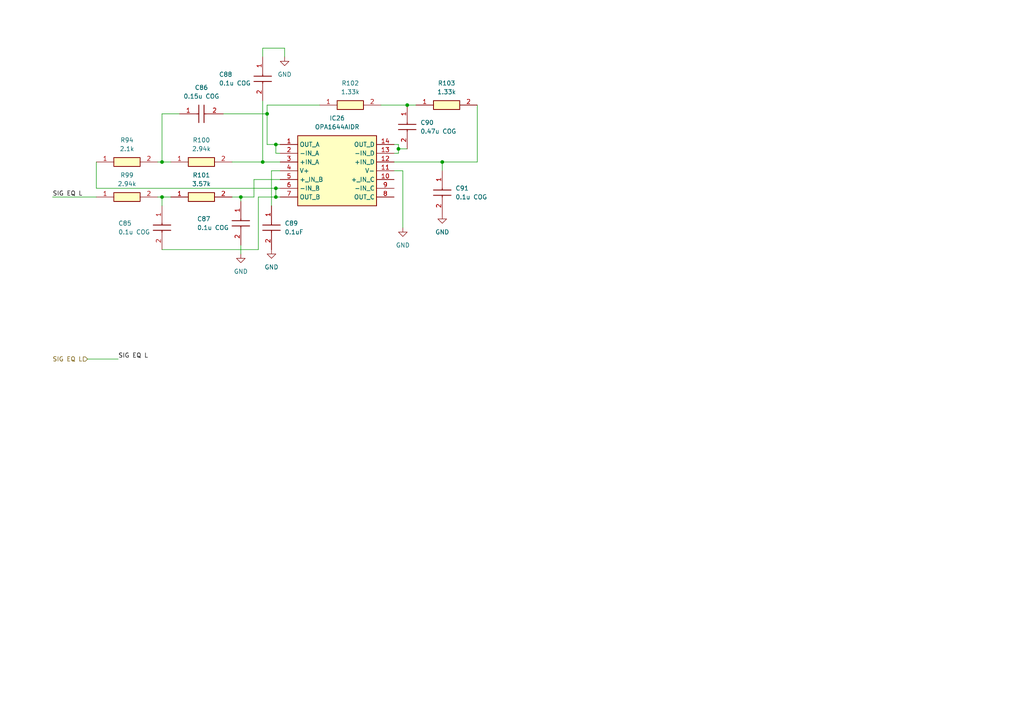
<source format=kicad_sch>
(kicad_sch (version 20230121) (generator eeschema)
  (paper "A4")
  (lib_symbols
    (symbol "Audio System:C4532C0G1H154J250KA" (pin_names hide)
      (property "Reference" "C" (at 8.89 6.35 0))
      (property "Value" "C4532C0G1H154J250KA" (at 8.89 3.81 0))
      (symbol "C4532C0G1H154J250KA_1_1"
        (polyline (pts (xy 5.08 0) (xy 5.588 0)) (stroke (width 0.254)))
        (polyline (pts (xy 5.588 2.54) (xy 5.588 -2.54)) (stroke (width 0.254)))
        (polyline (pts (xy 7.112 0) (xy 7.62 0)) (stroke (width 0.254)))
        (polyline (pts (xy 7.112 2.54) (xy 7.112 -2.54)) (stroke (width 0.254)))
        (pin passive line (at 0 0 0) (length 5.08) (name "1") (number "1"))
        (pin passive line (at 12.7 0 180) (length 5.08) (name "2") (number "2"))
      )
    )
    (symbol "Audio System:CL21B104KACNNNC" (pin_names hide)
      (property "Reference" "C" (at 8.89 6.35 0))
      (property "Value" "CL21B104KACNNNC" (at 8.89 3.81 0))
      (symbol "CL21B104KACNNNC_1_1"
        (polyline (pts (xy 5.08 0) (xy 5.588 0)) (stroke (width 0.254)))
        (polyline (pts (xy 5.588 2.54) (xy 5.588 -2.54)) (stroke (width 0.254)))
        (polyline (pts (xy 7.112 0) (xy 7.62 0)) (stroke (width 0.254)))
        (polyline (pts (xy 7.112 2.54) (xy 7.112 -2.54)) (stroke (width 0.254)))
        (pin passive line (at 0 0 0) (length 5.08) (name "1") (number "1"))
        (pin passive line (at 12.7 0 180) (length 5.08) (name "2") (number "2"))
      )
    )
    (symbol "Audio System:GRM31C5C1E474JE01L" (pin_names hide)
      (property "Reference" "C" (at 8.89 6.35 0))
      (property "Value" "GRM31C5C1E474JE01L" (at 8.89 3.81 0))
      (symbol "GRM31C5C1E474JE01L_1_1"
        (polyline (pts (xy 5.08 0) (xy 5.588 0)) (stroke (width 0.254)))
        (polyline (pts (xy 5.588 2.54) (xy 5.588 -2.54)) (stroke (width 0.254)))
        (polyline (pts (xy 7.112 0) (xy 7.62 0)) (stroke (width 0.254)))
        (polyline (pts (xy 7.112 2.54) (xy 7.112 -2.54)) (stroke (width 0.254)))
        (pin passive line (at 0 0 0) (length 5.08) (name "1") (number "1"))
        (pin passive line (at 12.7 0 180) (length 5.08) (name "2") (number "2"))
      )
    )
    (symbol "Audio System:GRM31C5C1H104JA01L" (pin_names hide)
      (property "Reference" "C" (at 8.89 6.35 0))
      (property "Value" "GRM31C5C1H104JA01L" (at 8.89 3.81 0))
      (symbol "GRM31C5C1H104JA01L_1_1"
        (polyline (pts (xy 5.08 0) (xy 5.588 0)) (stroke (width 0.254)))
        (polyline (pts (xy 5.588 2.54) (xy 5.588 -2.54)) (stroke (width 0.254)))
        (polyline (pts (xy 7.112 0) (xy 7.62 0)) (stroke (width 0.254)))
        (polyline (pts (xy 7.112 2.54) (xy 7.112 -2.54)) (stroke (width 0.254)))
        (pin passive line (at 0 0 0) (length 5.08) (name "1") (number "1"))
        (pin passive line (at 12.7 0 180) (length 5.08) (name "2") (number "2"))
      )
    )
    (symbol "Audio System:OPA1644AIDR"
      (property "Reference" "IC" (at 29.21 7.62 0))
      (property "Value" "OPA1644AIDR" (at 29.21 5.08 0))
      (symbol "OPA1644AIDR_1_1"
        (rectangle (start 5.08 2.54) (end 27.94 -17.78) (stroke (width 0.254)) (fill (type background)))
        (pin passive line (at 0 0 0) (length 5.08) (name "OUT_A") (number "1"))
        (pin passive line (at 33.02 -10.16 180) (length 5.08) (name "+_IN_C") (number "10"))
        (pin passive line (at 33.02 -7.62 180) (length 5.08) (name "V-") (number "11"))
        (pin passive line (at 33.02 -5.08 180) (length 5.08) (name "+IN_D") (number "12"))
        (pin passive line (at 33.02 -2.54 180) (length 5.08) (name "-IN_D") (number "13"))
        (pin passive line (at 33.02 0 180) (length 5.08) (name "OUT_D") (number "14"))
        (pin passive line (at 0 -2.54 0) (length 5.08) (name "-IN_A") (number "2"))
        (pin passive line (at 0 -5.08 0) (length 5.08) (name "+IN_A") (number "3"))
        (pin passive line (at 0 -7.62 0) (length 5.08) (name "V+") (number "4"))
        (pin passive line (at 0 -10.16 0) (length 5.08) (name "+_IN_B") (number "5"))
        (pin passive line (at 0 -12.7 0) (length 5.08) (name "-IN_B") (number "6"))
        (pin passive line (at 0 -15.24 0) (length 5.08) (name "OUT_B") (number "7"))
        (pin passive line (at 33.02 -15.24 180) (length 5.08) (name "OUT_C") (number "8"))
        (pin passive line (at 33.02 -12.7 180) (length 5.08) (name "-IN_C") (number "9"))
      )
    )
    (symbol "Audio System:RC0805FR-071K33L" (pin_names hide)
      (property "Reference" "R" (at 13.97 6.35 0))
      (property "Value" "RC0805FR-071K33L" (at 13.97 3.81 0))
      (symbol "RC0805FR-071K33L_1_1"
        (rectangle (start 5.08 1.27) (end 12.7 -1.27) (stroke (width 0.254)) (fill (type background)))
        (pin passive line (at 0 0 0) (length 5.08) (name "1") (number "1"))
        (pin passive line (at 17.78 0 180) (length 5.08) (name "2") (number "2"))
      )
    )
    (symbol "Audio System:RC0805FR-072K1L" (pin_names hide)
      (property "Reference" "R" (at 13.97 6.35 0))
      (property "Value" "RC0805FR-072K1L" (at 13.97 3.81 0))
      (symbol "RC0805FR-072K1L_1_1"
        (rectangle (start 5.08 1.27) (end 12.7 -1.27) (stroke (width 0.254)) (fill (type background)))
        (pin passive line (at 0 0 0) (length 5.08) (name "1") (number "1"))
        (pin passive line (at 17.78 0 180) (length 5.08) (name "2") (number "2"))
      )
    )
    (symbol "Audio System:RC0805FR-072K94L" (pin_names hide)
      (property "Reference" "R" (at 13.97 6.35 0))
      (property "Value" "RC0805FR-072K94L" (at 13.97 3.81 0))
      (symbol "RC0805FR-072K94L_1_1"
        (rectangle (start 5.08 1.27) (end 12.7 -1.27) (stroke (width 0.254)) (fill (type background)))
        (pin passive line (at 0 0 0) (length 5.08) (name "1") (number "1"))
        (pin passive line (at 17.78 0 180) (length 5.08) (name "2") (number "2"))
      )
    )
    (symbol "Audio System:RC0805FR-073K57L" (pin_names hide)
      (property "Reference" "R" (at 13.97 6.35 0))
      (property "Value" "RC0805FR-073K57L" (at 13.97 3.81 0))
      (symbol "RC0805FR-073K57L_1_1"
        (rectangle (start 5.08 1.27) (end 12.7 -1.27) (stroke (width 0.254)) (fill (type background)))
        (pin passive line (at 0 0 0) (length 5.08) (name "1") (number "1"))
        (pin passive line (at 17.78 0 180) (length 5.08) (name "2") (number "2"))
      )
    )
    (symbol "power:GND" (power) (pin_names (offset 0))
      (property "Value" "GND" (at 0 -3.81 0))
      (symbol "GND_0_1"
        (polyline (pts (xy 0 0) (xy 0 -1.27) (xy 1.27 -1.27) (xy 0 -2.54) (xy -1.27 -1.27) (xy 0 -1.27)))
      )
      (symbol "GND_1_1"
        (pin power_in line (at 0 0 270) (length 0) hide (name "GND") (number "1"))
      )
    )
  )
  (junction (at 76.2 46.99))
  (junction (at 80.01 54.61))
  (junction (at 80.01 57.15))
  (junction (at 115.57 43.18))
  (junction (at 46.99 46.99))
  (junction (at 69.85 57.15))
  (junction (at 118.11 30.48))
  (junction (at 128.27 46.99))
  (junction (at 46.99 57.15))
  (junction (at 77.47 33.02))
  (junction (at 80.01 41.91))
  (wire (pts (xy 76.2 16.51) (xy 76.2 13.97)))
  (wire (pts (xy 110.49 30.48) (xy 118.11 30.48)))
  (wire (pts (xy 128.27 46.99) (xy 128.27 49.53)))
  (wire (pts (xy 114.3 49.53) (xy 116.84 49.53)))
  (wire (pts (xy 128.27 46.99) (xy 114.3 46.99)))
  (wire (pts (xy 27.94 57.15) (xy 15.24 57.15)))
  (wire (pts (xy 46.99 57.15) (xy 49.53 57.15)))
  (wire (pts (xy 27.94 54.61) (xy 27.94 46.99)))
  (wire (pts (xy 46.99 33.02) (xy 46.99 46.99)))
  (wire (pts (xy 138.43 46.99) (xy 128.27 46.99)))
  (wire (pts (xy 73.66 52.07) (xy 73.66 57.15)))
  (wire (pts (xy 138.43 30.48) (xy 138.43 46.99)))
  (wire (pts (xy 114.3 41.91) (xy 115.57 41.91)))
  (wire (pts (xy 81.28 41.91) (xy 80.01 41.91)))
  (wire (pts (xy 80.01 54.61) (xy 27.94 54.61)))
  (wire (pts (xy 115.57 44.45) (xy 115.57 43.18)))
  (wire (pts (xy 116.84 49.53) (xy 116.84 66.04)))
  (wire (pts (xy 69.85 57.15) (xy 69.85 58.42)))
  (wire (pts (xy 25.4 104.14) (xy 34.29 104.14)))
  (wire (pts (xy 80.01 57.15) (xy 74.93 57.15)))
  (wire (pts (xy 80.01 41.91) (xy 77.47 41.91)))
  (wire (pts (xy 46.99 59.69) (xy 46.99 57.15)))
  (wire (pts (xy 46.99 72.39) (xy 74.93 72.39)))
  (wire (pts (xy 82.55 13.97) (xy 82.55 16.51)))
  (wire (pts (xy 67.31 57.15) (xy 69.85 57.15)))
  (wire (pts (xy 81.28 49.53) (xy 78.74 49.53)))
  (wire (pts (xy 92.71 30.48) (xy 77.47 30.48)))
  (wire (pts (xy 69.85 57.15) (xy 73.66 57.15)))
  (wire (pts (xy 78.74 49.53) (xy 78.74 59.69)))
  (wire (pts (xy 46.99 33.02) (xy 52.07 33.02)))
  (wire (pts (xy 76.2 46.99) (xy 81.28 46.99)))
  (wire (pts (xy 114.3 44.45) (xy 115.57 44.45)))
  (wire (pts (xy 74.93 57.15) (xy 74.93 72.39)))
  (wire (pts (xy 76.2 13.97) (xy 82.55 13.97)))
  (wire (pts (xy 77.47 33.02) (xy 64.77 33.02)))
  (wire (pts (xy 80.01 44.45) (xy 80.01 41.91)))
  (wire (pts (xy 77.47 41.91) (xy 77.47 33.02)))
  (wire (pts (xy 67.31 46.99) (xy 76.2 46.99)))
  (wire (pts (xy 76.2 29.21) (xy 76.2 46.99)))
  (wire (pts (xy 80.01 54.61) (xy 81.28 54.61)))
  (wire (pts (xy 81.28 57.15) (xy 80.01 57.15)))
  (wire (pts (xy 118.11 30.48) (xy 120.65 30.48)))
  (wire (pts (xy 115.57 43.18) (xy 115.57 41.91)))
  (wire (pts (xy 118.11 43.18) (xy 115.57 43.18)))
  (wire (pts (xy 81.28 44.45) (xy 80.01 44.45)))
  (wire (pts (xy 80.01 54.61) (xy 80.01 57.15)))
  (wire (pts (xy 46.99 57.15) (xy 45.72 57.15)))
  (wire (pts (xy 46.99 46.99) (xy 49.53 46.99)))
  (wire (pts (xy 77.47 30.48) (xy 77.47 33.02)))
  (wire (pts (xy 69.85 71.12) (xy 69.85 73.66)))
  (wire (pts (xy 81.28 52.07) (xy 73.66 52.07)))
  (wire (pts (xy 45.72 46.99) (xy 46.99 46.99)))
  (label "SIG EQ L" (at 15.24 57.15 0))
  (label "SIG EQ L" (at 34.29 104.14 0))
  (hierarchical_label "SIG EQ L" (shape input) (at 25.4 104.14 180))
  (symbol (lib_id "Audio System:GRM31C5C1H104JA01L") (at 46.99 59.69 270) (unit 1)
    (property "Reference" "C85" (at 34.29 64.77 90) (effects (justify left)))
    (property "Value" "0.1u COG" (at 34.29 67.31 90) (effects (justify left)))
    (property "Footprint" "CAPC3216X180N" (effects hide))
    (property "Datasheet" "http://www.murata.com/~/media/webrenewal/support/library/catalog/products/capacitor/mlcc/c02e.pdf" (effects hide))
    (property "Height" "1.8" (effects hide))
    (property "Manufacturer_Name" "Murata Electronics" (effects hide))
    (property "Manufacturer_Part_Number" "GRM31C5C1H104JA01L" (effects hide))
    (property "Mouser Part Number" "81-GRM31C5C1H104JA1L" (effects hide))
    (property "Mouser Price/Stock" "https://www.mouser.co.uk/ProductDetail/Murata-Electronics/GRM31C5C1H104JA01L?qs=IFOlSOmtRw2EgRC47bIONw%3D%3D" (effects hide))
    (property "Arrow Part Number" "GRM31C5C1H104JA01L" (effects hide))
    (property "Arrow Price/Stock" "https://www.arrow.com/en/products/grm31c5c1h104ja01l/murata-manufacturing?region=nac" (effects hide))
  )
  (symbol (lib_id "Audio System:RC0805FR-072K94L") (at 27.94 57.15 0) (unit 1)
    (property "Reference" "R99" (at 36.83 50.8 0))
    (property "Value" "2.94k" (at 36.83 53.34 0))
    (property "Footprint" "RESC2012X60N" (effects hide))
    (property "Datasheet" "http://www.yageo.com/documents/recent/PYu-RC_Group_51_RoHS_L_10.pdf" (effects hide))
    (property "Height" "0.6" (effects hide))
    (property "Manufacturer_Name" "KEMET" (effects hide))
    (property "Manufacturer_Part_Number" "RC0805FR-072K94L" (effects hide))
    (property "Mouser Part Number" "603-RC0805FR-072K94L" (effects hide))
    (property "Mouser Price/Stock" "http://www.mouser.com/Search/ProductDetail.aspx?qs=CQ%2fIPMfstfhcnSLQ8uwgKA%3d%3d" (effects hide))
  )
  (symbol (lib_id "Audio System:OPA1644AIDR") (at 81.28 41.91 0) (unit 1)
    (property "Reference" "IC26" (at 97.79 34.29 0))
    (property "Value" "OPA1644AIDR" (at 97.79 36.83 0))
    (property "Footprint" "SOIC127P600X175-14N" (effects hide))
    (property "Datasheet" "http://componentsearchengine.com/Datasheets/1/OPA1644AIDR.pdf" (effects hide))
    (property "Height" "1.75" (effects hide))
    (property "Manufacturer_Name" "Texas Instruments" (effects hide))
    (property "Manufacturer_Part_Number" "OPA1644AIDR" (effects hide))
    (property "Mouser Part Number" "595-OPA1644AIDR" (effects hide))
    (property "Mouser Price/Stock" "https://www.mouser.co.uk/ProductDetail/Texas-Instruments/OPA1644AIDR?qs=%2Fqzd9s%252BcLd6xS3OL97VFEA%3D%3D" (effects hide))
    (property "Arrow Part Number" "OPA1644AIDR" (effects hide))
    (property "Arrow Price/Stock" "https://www.arrow.com/en/products/opa1644aidr/texas-instruments?region=nac" (effects hide))
  )
  (symbol (lib_id "Audio System:RC0805FR-071K33L") (at 120.65 30.48 0) (unit 1)
    (property "Reference" "R103" (at 129.54 24.13 0))
    (property "Value" "1.33k" (at 129.54 26.67 0))
    (property "Footprint" "RESC2012X60N" (effects hide))
    (property "Datasheet" "http://www.yageo.com/documents/recent/PYu-RC_Group_51_RoHS_L_10.pdf" (effects hide))
    (property "Height" "0.6" (effects hide))
    (property "Manufacturer_Name" "KEMET" (effects hide))
    (property "Manufacturer_Part_Number" "RC0805FR-071K33L" (effects hide))
    (property "Mouser Part Number" "603-RC0805FR-071K33L" (effects hide))
    (property "Mouser Price/Stock" "https://www.mouser.co.uk/ProductDetail/Yageo/RC0805FR-071K33L?qs=8Y8p%252BasKcI6u1Yo68oQ%2FzQ%3D%3D" (effects hide))
    (property "Arrow Part Number" "RC0805FR-071K33L" (effects hide))
    (property "Arrow Price/Stock" "https://www.arrow.com/en/products/rc0805fr-071k33l/yageo" (effects hide))
  )
  (symbol (lib_id "Audio System:RC0805FR-073K57L") (at 49.53 57.15 0) (unit 1)
    (property "Reference" "R101" (at 58.42 50.8 0))
    (property "Value" "3.57k" (at 58.42 53.34 0))
    (property "Footprint" "RESC2012X60N" (effects hide))
    (property "Datasheet" "http://www.yageo.com/documents/recent/PYu-RC_Group_51_RoHS_L_10.pdf" (effects hide))
    (property "Height" "0.6" (effects hide))
    (property "Manufacturer_Name" "KEMET" (effects hide))
    (property "Manufacturer_Part_Number" "RC0805FR-073K57L" (effects hide))
    (property "Mouser Part Number" "603-RC0805FR-073K57L" (effects hide))
    (property "Mouser Price/Stock" "https://www.mouser.co.uk/ProductDetail/Yageo/RC0805FR-073K57L?qs=g6xwsc4j%252B%2FqbTM1Xj2WDuA%3D%3D" (effects hide))
    (property "Arrow Part Number" "RC0805FR-073K57L" (effects hide))
    (property "Arrow Price/Stock" "https://www.arrow.com/en/products/rc0805fr-073k57l/yageo" (effects hide))
  )
  (symbol (lib_id "power:GND") (at 116.84 66.04 0) (unit 1)
    (property "Reference" "#PWR0119" (effects hide))
    (property "Value" "GND" (at 116.84 71.12 0))
  )
  (symbol (lib_id "power:GND") (at 128.27 62.23 0) (unit 1)
    (property "Reference" "#PWR0120" (effects hide))
    (property "Value" "GND" (at 128.27 67.31 0))
  )
  (symbol (lib_id "power:GND") (at 78.74 72.39 0) (unit 1)
    (property "Reference" "#PWR0117" (effects hide))
    (property "Value" "GND" (at 78.74 77.47 0))
  )
  (symbol (lib_id "Audio System:GRM31C5C1H104JA01L") (at 76.2 16.51 270) (unit 1)
    (property "Reference" "C88" (at 63.5 21.59 90) (effects (justify left)))
    (property "Value" "0.1u COG" (at 63.5 24.13 90) (effects (justify left)))
    (property "Footprint" "CAPC3216X180N" (effects hide))
    (property "Datasheet" "http://www.murata.com/~/media/webrenewal/support/library/catalog/products/capacitor/mlcc/c02e.pdf" (effects hide))
    (property "Height" "1.8" (effects hide))
    (property "Manufacturer_Name" "Murata Electronics" (effects hide))
    (property "Manufacturer_Part_Number" "GRM31C5C1H104JA01L" (effects hide))
    (property "Mouser Part Number" "81-GRM31C5C1H104JA1L" (effects hide))
    (property "Mouser Price/Stock" "https://www.mouser.co.uk/ProductDetail/Murata-Electronics/GRM31C5C1H104JA01L?qs=IFOlSOmtRw2EgRC47bIONw%3D%3D" (effects hide))
    (property "Arrow Part Number" "GRM31C5C1H104JA01L" (effects hide))
    (property "Arrow Price/Stock" "https://www.arrow.com/en/products/grm31c5c1h104ja01l/murata-manufacturing?region=nac" (effects hide))
  )
  (symbol (lib_id "Audio System:RC0805FR-072K1L") (at 27.94 46.99 0) (unit 1)
    (property "Reference" "R94" (at 36.83 40.64 0))
    (property "Value" "2.1k" (at 36.83 43.18 0))
    (property "Footprint" "RESC2012X60N" (effects hide))
    (property "Datasheet" "https://www.mouser.com/datasheet/2/447/PYu-RC_Group_51_RoHS_L_9-1314892.pdf" (effects hide))
    (property "Height" "0.6" (effects hide))
    (property "Manufacturer_Name" "YAGEO" (effects hide))
    (property "Manufacturer_Part_Number" "RC0805FR-072K1L" (effects hide))
  )
  (symbol (lib_id "Audio System:GRM31C5C1H104JA01L") (at 69.85 58.42 270) (unit 1)
    (property "Reference" "C87" (at 57.15 63.5 90) (effects (justify left)))
    (property "Value" "0.1u COG" (at 57.15 66.04 90) (effects (justify left)))
    (property "Footprint" "CAPC3216X180N" (effects hide))
    (property "Datasheet" "http://www.murata.com/~/media/webrenewal/support/library/catalog/products/capacitor/mlcc/c02e.pdf" (effects hide))
    (property "Height" "1.8" (effects hide))
    (property "Manufacturer_Name" "Murata Electronics" (effects hide))
    (property "Manufacturer_Part_Number" "GRM31C5C1H104JA01L" (effects hide))
    (property "Mouser Part Number" "81-GRM31C5C1H104JA1L" (effects hide))
    (property "Mouser Price/Stock" "https://www.mouser.co.uk/ProductDetail/Murata-Electronics/GRM31C5C1H104JA01L?qs=IFOlSOmtRw2EgRC47bIONw%3D%3D" (effects hide))
    (property "Arrow Part Number" "GRM31C5C1H104JA01L" (effects hide))
    (property "Arrow Price/Stock" "https://www.arrow.com/en/products/grm31c5c1h104ja01l/murata-manufacturing?region=nac" (effects hide))
  )
  (symbol (lib_id "power:GND") (at 82.55 16.51 0) (unit 1)
    (property "Reference" "#PWR0118" (effects hide))
    (property "Value" "GND" (at 82.55 21.59 0))
  )
  (symbol (lib_id "power:GND") (at 69.85 73.66 0) (unit 1)
    (property "Reference" "#PWR0116" (effects hide))
    (property "Value" "GND" (at 69.85 78.74 0))
  )
  (symbol (lib_id "Audio System:CL21B104KACNNNC") (at 78.74 59.69 270) (unit 1)
    (property "Reference" "C89" (at 82.55 64.77 90) (effects (justify left)))
    (property "Value" "0.1uF" (at 82.55 67.31 90) (effects (justify left)))
    (property "Footprint" "CAPC2012X95N" (effects hide))
    (property "Datasheet" "https://datasheet.datasheetarchive.com/originals/distributors/Datasheets_SAMA/d386d22b0a987b72828538897455b4c4.pdf" (effects hide))
    (property "Height" "0.95" (effects hide))
    (property "Manufacturer_Name" "SAMSUNG" (effects hide))
    (property "Manufacturer_Part_Number" "CL21B104KACNNNC" (effects hide))
    (property "Mouser Part Number" "187-CL21B104KACNNNC" (effects hide))
    (property "Mouser Price/Stock" "https://www.mouser.co.uk/ProductDetail/Samsung-Electro-Mechanics/CL21B104KACNNNC?qs=yOVawPpwOwnhB47kNbieFw%3D%3D" (effects hide))
    (property "Arrow Part Number" "CL21B104KACNNNC" (effects hide))
    (property "Arrow Price/Stock" "https://www.arrow.com/en/products/cl21b104kacnnnc/samsung-electro-mechanics?region=nac" (effects hide))
  )
  (symbol (lib_id "Audio System:GRM31C5C1H104JA01L") (at 128.27 49.53 270) (unit 1)
    (property "Reference" "C91" (at 132.08 54.61 90) (effects (justify left)))
    (property "Value" "0.1u COG" (at 132.08 57.15 90) (effects (justify left)))
    (property "Footprint" "CAPC3216X180N" (effects hide))
    (property "Datasheet" "http://www.murata.com/~/media/webrenewal/support/library/catalog/products/capacitor/mlcc/c02e.pdf" (effects hide))
    (property "Height" "1.8" (effects hide))
    (property "Manufacturer_Name" "Murata Electronics" (effects hide))
    (property "Manufacturer_Part_Number" "GRM31C5C1H104JA01L" (effects hide))
    (property "Mouser Part Number" "81-GRM31C5C1H104JA1L" (effects hide))
    (property "Mouser Price/Stock" "https://www.mouser.co.uk/ProductDetail/Murata-Electronics/GRM31C5C1H104JA01L?qs=IFOlSOmtRw2EgRC47bIONw%3D%3D" (effects hide))
    (property "Arrow Part Number" "GRM31C5C1H104JA01L" (effects hide))
    (property "Arrow Price/Stock" "https://www.arrow.com/en/products/grm31c5c1h104ja01l/murata-manufacturing?region=nac" (effects hide))
  )
  (symbol (lib_id "Audio System:C4532C0G1H154J250KA") (at 52.07 33.02 0) (unit 1)
    (property "Reference" "C86" (at 58.42 25.4 0))
    (property "Value" "0.15u COG" (at 58.42 27.94 0))
    (property "Footprint" "C4532_Commercial" (effects hide))
    (property "Datasheet" "https://product.tdk.com/system/files/dam/doc/product/capacitor/ceramic/mlcc/catalog/mlcc_commercial_general_en.pdf" (effects hide))
    (property "Height" "2.2" (effects hide))
    (property "Manufacturer_Name" "TDK" (effects hide))
    (property "Manufacturer_Part_Number" "C4532C0G1H154J250KA" (effects hide))
  )
  (symbol (lib_id "Audio System:RC0805FR-071K33L") (at 92.71 30.48 0) (unit 1)
    (property "Reference" "R102" (at 101.6 24.13 0))
    (property "Value" "1.33k" (at 101.6 26.67 0))
    (property "Footprint" "RESC2012X60N" (effects hide))
    (property "Datasheet" "http://www.yageo.com/documents/recent/PYu-RC_Group_51_RoHS_L_10.pdf" (effects hide))
    (property "Height" "0.6" (effects hide))
    (property "Manufacturer_Name" "KEMET" (effects hide))
    (property "Manufacturer_Part_Number" "RC0805FR-071K33L" (effects hide))
    (property "Mouser Part Number" "603-RC0805FR-071K33L" (effects hide))
    (property "Mouser Price/Stock" "https://www.mouser.co.uk/ProductDetail/Yageo/RC0805FR-071K33L?qs=8Y8p%252BasKcI6u1Yo68oQ%2FzQ%3D%3D" (effects hide))
    (property "Arrow Part Number" "RC0805FR-071K33L" (effects hide))
    (property "Arrow Price/Stock" "https://www.arrow.com/en/products/rc0805fr-071k33l/yageo" (effects hide))
  )
  (symbol (lib_id "Audio System:RC0805FR-072K94L") (at 49.53 46.99 0) (unit 1)
    (property "Reference" "R100" (at 58.42 40.64 0))
    (property "Value" "2.94k" (at 58.42 43.18 0))
    (property "Footprint" "RESC2012X60N" (effects hide))
    (property "Datasheet" "http://www.yageo.com/documents/recent/PYu-RC_Group_51_RoHS_L_10.pdf" (effects hide))
    (property "Height" "0.6" (effects hide))
    (property "Manufacturer_Name" "KEMET" (effects hide))
    (property "Manufacturer_Part_Number" "RC0805FR-072K94L" (effects hide))
    (property "Mouser Part Number" "603-RC0805FR-072K94L" (effects hide))
    (property "Mouser Price/Stock" "http://www.mouser.com/Search/ProductDetail.aspx?qs=CQ%2fIPMfstfhcnSLQ8uwgKA%3d%3d" (effects hide))
  )
  (symbol (lib_id "Audio System:GRM31C5C1E474JE01L") (at 118.11 30.48 270) (unit 1)
    (property "Reference" "C90" (at 121.92 35.56 90) (effects (justify left)))
    (property "Value" "0.47u COG" (at 121.92 38.1 90) (effects (justify left)))
    (property "Footprint" "CAPC3216X180N" (effects hide))
    (property "Datasheet" "http://www.murata.com/~/media/webrenewal/support/library/catalog/products/capacitor/mlcc/c02e.pdf" (effects hide))
    (property "Height" "1.8" (effects hide))
    (property "Manufacturer_Name" "Murata Electronics" (effects hide))
    (property "Manufacturer_Part_Number" "GRM31C5C1E474JE01L" (effects hide))
    (property "Mouser Part Number" "81-GRM31C5C1E474JE1L" (effects hide))
    (property "Mouser Price/Stock" "https://www.mouser.co.uk/ProductDetail/Murata-Electronics/GRM31C5C1E474JE01L?qs=hd1VzrDQEGj8GOC097EZLg%3D%3D" (effects hide))
  )
)
</source>
